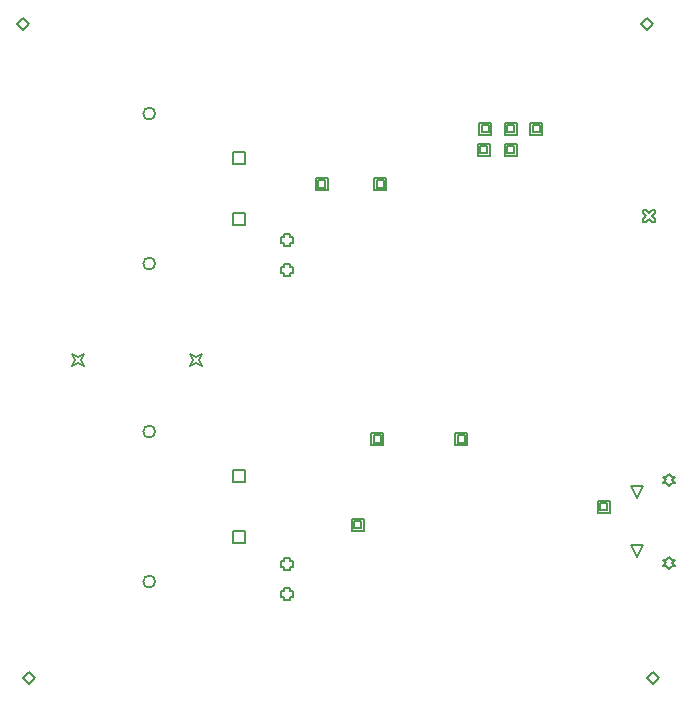
<source format=gbr>
%TF.GenerationSoftware,Altium Limited,Altium Designer,24.6.1 (21)*%
G04 Layer_Color=2752767*
%FSLAX45Y45*%
%MOMM*%
%TF.SameCoordinates,AC9FF34B-BC34-43DD-B331-A16B571A9E15*%
%TF.FilePolarity,Positive*%
%TF.FileFunction,Drawing*%
%TF.Part,Single*%
G01*
G75*
%TA.AperFunction,NonConductor*%
%ADD65C,0.12700*%
%ADD66C,0.16933*%
D65*
X1719200Y3048000D02*
X1744600Y3098800D01*
X1719200Y3149600D01*
X1770000Y3124200D01*
X1820800Y3149600D01*
X1795400Y3098800D01*
X1820800Y3048000D01*
X1770000Y3073400D01*
X1719200Y3048000D01*
X2514600Y3835400D02*
Y3810000D01*
X2565400D01*
Y3835400D01*
X2590800D01*
Y3886200D01*
X2565400D01*
Y3911600D01*
X2514600D01*
Y3886200D01*
X2489200D01*
Y3835400D01*
X2514600D01*
Y1092200D02*
Y1066800D01*
X2565400D01*
Y1092200D01*
X2590800D01*
Y1143000D01*
X2565400D01*
Y1168400D01*
X2514600D01*
Y1143000D01*
X2489200D01*
Y1092200D01*
X2514600D01*
Y4089400D02*
Y4064000D01*
X2565400D01*
Y4089400D01*
X2590800D01*
Y4140200D01*
X2565400D01*
Y4165600D01*
X2514600D01*
Y4140200D01*
X2489200D01*
Y4089400D01*
X2514600D01*
X719200Y3048000D02*
X744600Y3098800D01*
X719200Y3149600D01*
X770000Y3124200D01*
X820800Y3149600D01*
X795400Y3098800D01*
X820800Y3048000D01*
X770000Y3073400D01*
X719200Y3048000D01*
X2514600Y1346200D02*
Y1320800D01*
X2565400D01*
Y1346200D01*
X2590800D01*
Y1397000D01*
X2565400D01*
Y1422400D01*
X2514600D01*
Y1397000D01*
X2489200D01*
Y1346200D01*
X2514600D01*
X2082800Y2058400D02*
Y2160000D01*
X2184400D01*
Y2058400D01*
X2082800D01*
Y1549400D02*
Y1651000D01*
X2184400D01*
Y1549400D01*
X2082800D01*
X5503800Y1926400D02*
X5453000Y2028000D01*
X5554600D01*
X5503800Y1926400D01*
Y1426400D02*
X5453000Y1528000D01*
X5554600D01*
X5503800Y1426400D01*
X5773800Y2026400D02*
X5799200Y2051800D01*
X5824600D01*
X5799200Y2077200D01*
X5824600Y2102600D01*
X5799200D01*
X5773800Y2128000D01*
X5748400Y2102600D01*
X5723000D01*
X5748400Y2077200D01*
X5723000Y2051800D01*
X5748400D01*
X5773800Y2026400D01*
Y1326400D02*
X5799200Y1351800D01*
X5824600D01*
X5799200Y1377200D01*
X5824600Y1402600D01*
X5799200D01*
X5773800Y1428000D01*
X5748400Y1402600D01*
X5723000D01*
X5748400Y1377200D01*
X5723000Y1351800D01*
X5748400D01*
X5773800Y1326400D01*
X254000Y5943600D02*
X304800Y5994400D01*
X355600Y5943600D01*
X304800Y5892800D01*
X254000Y5943600D01*
X2082800Y4750800D02*
Y4852400D01*
X2184400D01*
Y4750800D01*
X2082800D01*
Y4241800D02*
Y4343400D01*
X2184400D01*
Y4241800D01*
X2082800D01*
X5555800Y4267200D02*
X5581200D01*
X5606600Y4292600D01*
X5632000Y4267200D01*
X5657400D01*
Y4292600D01*
X5632000Y4318000D01*
X5657400Y4343400D01*
Y4368800D01*
X5632000D01*
X5606600Y4343400D01*
X5581200Y4368800D01*
X5555800D01*
Y4343400D01*
X5581200Y4318000D01*
X5555800Y4292600D01*
Y4267200D01*
X5537200Y5943600D02*
X5588000Y5994400D01*
X5638800Y5943600D01*
X5588000Y5892800D01*
X5537200Y5943600D01*
X5588000Y406400D02*
X5638800Y457200D01*
X5689600Y406400D01*
X5638800Y355600D01*
X5588000Y406400D01*
X304800D02*
X355600Y457200D01*
X406400Y406400D01*
X355600Y355600D01*
X304800Y406400D01*
X3962400Y2374900D02*
Y2476500D01*
X4064000D01*
Y2374900D01*
X3962400D01*
X3982720Y2395220D02*
Y2456180D01*
X4043680D01*
Y2395220D01*
X3982720D01*
X3276600Y4533900D02*
Y4635500D01*
X3378200D01*
Y4533900D01*
X3276600D01*
X3296920Y4554220D02*
Y4615180D01*
X3357880D01*
Y4554220D01*
X3296920D01*
X2781300Y4533900D02*
Y4635500D01*
X2882900D01*
Y4533900D01*
X2781300D01*
X2801620Y4554220D02*
Y4615180D01*
X2862580D01*
Y4554220D01*
X2801620D01*
X3251200Y2374900D02*
Y2476500D01*
X3352800D01*
Y2374900D01*
X3251200D01*
X3271520Y2395220D02*
Y2456180D01*
X3332480D01*
Y2395220D01*
X3271520D01*
X3086100Y1651000D02*
Y1752600D01*
X3187700D01*
Y1651000D01*
X3086100D01*
X3106420Y1671320D02*
Y1732280D01*
X3167380D01*
Y1671320D01*
X3106420D01*
X4381500Y4826000D02*
Y4927600D01*
X4483100D01*
Y4826000D01*
X4381500D01*
X4401820Y4846320D02*
Y4907280D01*
X4462780D01*
Y4846320D01*
X4401820D01*
X4152900Y4826000D02*
Y4927600D01*
X4254500D01*
Y4826000D01*
X4152900D01*
X4173220Y4846320D02*
Y4907280D01*
X4234180D01*
Y4846320D01*
X4173220D01*
X4165600Y5003800D02*
Y5105400D01*
X4267200D01*
Y5003800D01*
X4165600D01*
X4185920Y5024120D02*
Y5085080D01*
X4246880D01*
Y5024120D01*
X4185920D01*
X4381500Y5003800D02*
Y5105400D01*
X4483100D01*
Y5003800D01*
X4381500D01*
X4401820Y5024120D02*
Y5085080D01*
X4462780D01*
Y5024120D01*
X4401820D01*
X4597400Y5003800D02*
Y5105400D01*
X4699000D01*
Y5003800D01*
X4597400D01*
X4617720Y5024120D02*
Y5085080D01*
X4678680D01*
Y5024120D01*
X4617720D01*
X5168900Y1803400D02*
Y1905000D01*
X5270500D01*
Y1803400D01*
X5168900D01*
X5189220Y1823720D02*
Y1884680D01*
X5250180D01*
Y1823720D01*
X5189220D01*
D66*
X1422400Y3911600D02*
G03*
X1422400Y3911600I-50800J0D01*
G01*
Y1219200D02*
G03*
X1422400Y1219200I-50800J0D01*
G01*
Y5181600D02*
G03*
X1422400Y5181600I-50800J0D01*
G01*
Y2489200D02*
G03*
X1422400Y2489200I-50800J0D01*
G01*
%TF.MD5,b4a187bf8d81c8dbf9c4b8ceefefdc70*%
M02*

</source>
